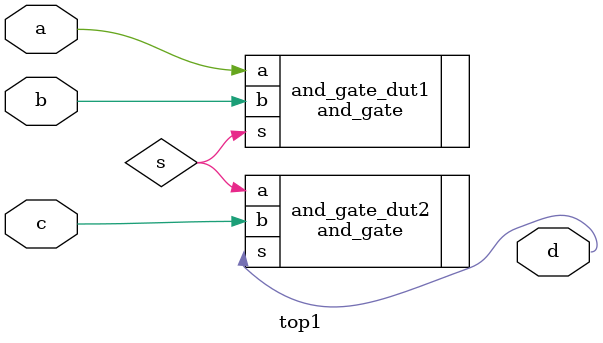
<source format=v>
module top1(a, b, c, d);

	input a;
	input b;
	input c;
	
	output d;
	
	wire s;			//定义的中间连线信号
	
	//第一次调用与门
	and_gate and_gate_dut1(
		.a(a), 
		.b(b), 
		.s(s)
	);
	
	//第二次调用与门
	and_gate and_gate_dut2(
		.a(s), 
		.b(c), 
		.s(d)
	);

endmodule 

</source>
